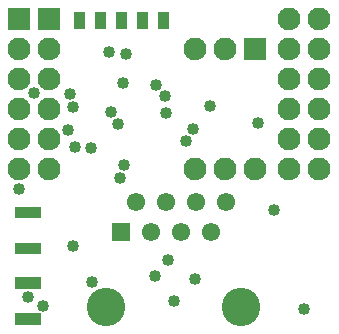
<source format=gbs>
G04*
G04 #@! TF.GenerationSoftware,Altium Limited,Altium Designer,20.1.12 (249)*
G04*
G04 Layer_Color=16711935*
%FSLAX25Y25*%
%MOIN*%
G70*
G04*
G04 #@! TF.SameCoordinates,D8CEFF92-047C-410D-934D-B173C227594B*
G04*
G04*
G04 #@! TF.FilePolarity,Negative*
G04*
G01*
G75*
%ADD20C,0.07600*%
%ADD21R,0.07600X0.07600*%
%ADD22R,0.06112X0.06112*%
%ADD23C,0.06112*%
%ADD24C,0.12805*%
%ADD25R,0.07600X0.07600*%
%ADD26C,0.04000*%
%ADD43R,0.03600X0.02600*%
%ADD44R,0.02600X0.03600*%
G36*
X12700Y73600D02*
X4100D01*
Y77400D01*
X12700D01*
Y73600D01*
D02*
G37*
G36*
Y85600D02*
X4100D01*
Y89400D01*
X12700D01*
Y85600D01*
D02*
G37*
G36*
Y97100D02*
X4100D01*
Y100900D01*
X12700D01*
Y97100D01*
D02*
G37*
G36*
Y109100D02*
X4100D01*
Y112900D01*
X12700D01*
Y109100D01*
D02*
G37*
G36*
X23600Y172300D02*
Y177900D01*
X27400D01*
Y172300D01*
X23600D01*
D02*
G37*
G36*
X30600D02*
Y177900D01*
X34400D01*
Y172300D01*
X30600D01*
D02*
G37*
G36*
X37600D02*
Y177900D01*
X41400D01*
Y172300D01*
X37600D01*
D02*
G37*
G36*
X44600D02*
Y177900D01*
X48400D01*
Y172300D01*
X44600D01*
D02*
G37*
G36*
X51600D02*
Y177900D01*
X55400D01*
Y172300D01*
X51600D01*
D02*
G37*
D20*
X95500Y125500D02*
D03*
Y135500D02*
D03*
Y145500D02*
D03*
Y155500D02*
D03*
Y165500D02*
D03*
Y175500D02*
D03*
X5500Y125500D02*
D03*
Y135500D02*
D03*
Y145500D02*
D03*
Y155500D02*
D03*
Y165500D02*
D03*
X105500Y125500D02*
D03*
Y135500D02*
D03*
Y145500D02*
D03*
Y155500D02*
D03*
Y165500D02*
D03*
Y175500D02*
D03*
X15500Y125500D02*
D03*
Y135500D02*
D03*
Y145500D02*
D03*
Y155500D02*
D03*
Y165500D02*
D03*
X74000D02*
D03*
X64000D02*
D03*
X84000Y125500D02*
D03*
X74000D02*
D03*
X64000D02*
D03*
D21*
X5500Y175500D02*
D03*
X15500D02*
D03*
D22*
X39500Y104591D02*
D03*
D23*
X74500Y114591D02*
D03*
X44500D02*
D03*
X69500Y104591D02*
D03*
X49500D02*
D03*
X64500Y114591D02*
D03*
X54500D02*
D03*
X59500Y104591D02*
D03*
D24*
X79500Y79590D02*
D03*
X34500D02*
D03*
D25*
X84000Y165500D02*
D03*
D26*
X22300Y150600D02*
D03*
X23272Y146272D02*
D03*
X29800Y88000D02*
D03*
X63200Y138900D02*
D03*
X13500Y80000D02*
D03*
X8500Y83000D02*
D03*
X41000Y164000D02*
D03*
X39000Y122376D02*
D03*
X5500Y119000D02*
D03*
X56949Y81449D02*
D03*
X40500Y127000D02*
D03*
X100500Y79000D02*
D03*
X50835Y89835D02*
D03*
X55167Y95167D02*
D03*
X64000Y89000D02*
D03*
X69000Y146500D02*
D03*
X54500Y144100D02*
D03*
X54000Y150000D02*
D03*
X90500Y112000D02*
D03*
X35200Y164500D02*
D03*
X60916Y134853D02*
D03*
X51000Y153500D02*
D03*
X40000Y154200D02*
D03*
X23854Y132823D02*
D03*
X21818Y138500D02*
D03*
X36000Y144500D02*
D03*
X10500Y151000D02*
D03*
X29457Y132457D02*
D03*
X23500Y100000D02*
D03*
X85000Y141000D02*
D03*
X38500Y140500D02*
D03*
D43*
X53500Y173500D02*
D03*
Y176500D02*
D03*
X46500Y173500D02*
D03*
Y176500D02*
D03*
X39500Y173500D02*
D03*
Y176500D02*
D03*
X32500Y173500D02*
D03*
Y176500D02*
D03*
X25500Y173500D02*
D03*
Y176500D02*
D03*
D44*
X11500Y75500D02*
D03*
X8500D02*
D03*
X5500D02*
D03*
X11500Y87500D02*
D03*
X8500D02*
D03*
X5500D02*
D03*
X11500Y99000D02*
D03*
X8500D02*
D03*
X5500D02*
D03*
X11500Y111000D02*
D03*
X8500D02*
D03*
X5500D02*
D03*
M02*

</source>
